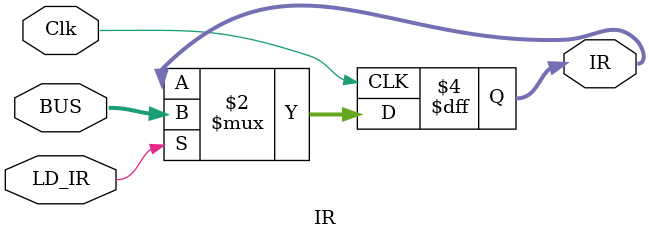
<source format=sv>
module IR(
    input logic Clk,
    input logic [15:0] BUS,
    input logic LD_IR,
    output logic [15:0] IR


);  
        always_ff @(posedge Clk) begin
            if(LD_IR) begin
                IR <= BUS;
            end
        end
endmodule
</source>
